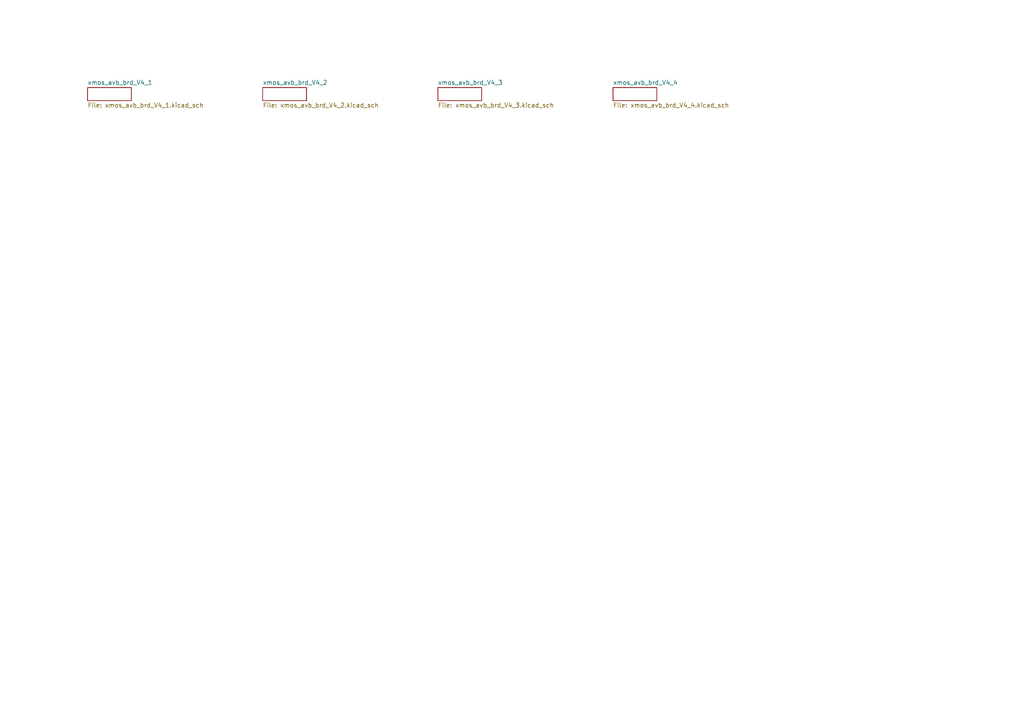
<source format=kicad_sch>
(kicad_sch
	(version 20250114)
	(generator "eeschema")
	(generator_version "9.0")
	(uuid "9db9e16b-fbc5-446d-9b63-359d495cac84")
	(paper "A4")
	(lib_symbols)
	(sheet
		(at 177.8 25.4)
		(size 12.7 3.81)
		(exclude_from_sim no)
		(in_bom yes)
		(on_board yes)
		(dnp no)
		(fields_autoplaced yes)
		(stroke
			(width 0)
			(type solid)
		)
		(fill
			(color 0 0 0 0.0000)
		)
		(uuid "a9281dfb-95f1-4074-a5ea-338650616580")
		(property "Sheetname" "xmos_avb_brd_V4_4"
			(at 177.8 24.6884 0)
			(effects
				(font
					(size 1.27 1.27)
				)
				(justify left bottom)
			)
		)
		(property "Sheetfile" "xmos_avb_brd_V4_4.kicad_sch"
			(at 177.8 29.7946 0)
			(effects
				(font
					(size 1.27 1.27)
				)
				(justify left top)
			)
		)
		(instances
			(project "xmos_avb_brd_V4"
				(path "/9db9e16b-fbc5-446d-9b63-359d495cac84"
					(page "4")
				)
			)
		)
	)
	(sheet
		(at 25.4 25.4)
		(size 12.7 3.81)
		(exclude_from_sim no)
		(in_bom yes)
		(on_board yes)
		(dnp no)
		(fields_autoplaced yes)
		(stroke
			(width 0)
			(type solid)
		)
		(fill
			(color 0 0 0 0.0000)
		)
		(uuid "b3aaef14-deee-4945-b69b-3fbff9ae57e2")
		(property "Sheetname" "xmos_avb_brd_V4_1"
			(at 25.4 24.6884 0)
			(effects
				(font
					(size 1.27 1.27)
				)
				(justify left bottom)
			)
		)
		(property "Sheetfile" "xmos_avb_brd_V4_1.kicad_sch"
			(at 25.4 29.7946 0)
			(effects
				(font
					(size 1.27 1.27)
				)
				(justify left top)
			)
		)
		(instances
			(project "xmos_avb_brd_V4"
				(path "/9db9e16b-fbc5-446d-9b63-359d495cac84"
					(page "1")
				)
			)
		)
	)
	(sheet
		(at 76.2 25.4)
		(size 12.7 3.81)
		(exclude_from_sim no)
		(in_bom yes)
		(on_board yes)
		(dnp no)
		(fields_autoplaced yes)
		(stroke
			(width 0)
			(type solid)
		)
		(fill
			(color 0 0 0 0.0000)
		)
		(uuid "b75331aa-381e-4b06-96f2-dd45d2a1ad09")
		(property "Sheetname" "xmos_avb_brd_V4_2"
			(at 76.2 24.6884 0)
			(effects
				(font
					(size 1.27 1.27)
				)
				(justify left bottom)
			)
		)
		(property "Sheetfile" "xmos_avb_brd_V4_2.kicad_sch"
			(at 76.2 29.7946 0)
			(effects
				(font
					(size 1.27 1.27)
				)
				(justify left top)
			)
		)
		(instances
			(project "xmos_avb_brd_V4"
				(path "/9db9e16b-fbc5-446d-9b63-359d495cac84"
					(page "2")
				)
			)
		)
	)
	(sheet
		(at 127 25.4)
		(size 12.7 3.81)
		(exclude_from_sim no)
		(in_bom yes)
		(on_board yes)
		(dnp no)
		(fields_autoplaced yes)
		(stroke
			(width 0)
			(type solid)
		)
		(fill
			(color 0 0 0 0.0000)
		)
		(uuid "fbe5afa2-6d4b-45c6-8d72-d2e53daa858d")
		(property "Sheetname" "xmos_avb_brd_V4_3"
			(at 127 24.6884 0)
			(effects
				(font
					(size 1.27 1.27)
				)
				(justify left bottom)
			)
		)
		(property "Sheetfile" "xmos_avb_brd_V4_3.kicad_sch"
			(at 127 29.7946 0)
			(effects
				(font
					(size 1.27 1.27)
				)
				(justify left top)
			)
		)
		(instances
			(project "xmos_avb_brd_V4"
				(path "/9db9e16b-fbc5-446d-9b63-359d495cac84"
					(page "3")
				)
			)
		)
	)
	(sheet_instances
		(path "/"
			(page "1")
		)
	)
	(embedded_fonts no)
)

</source>
